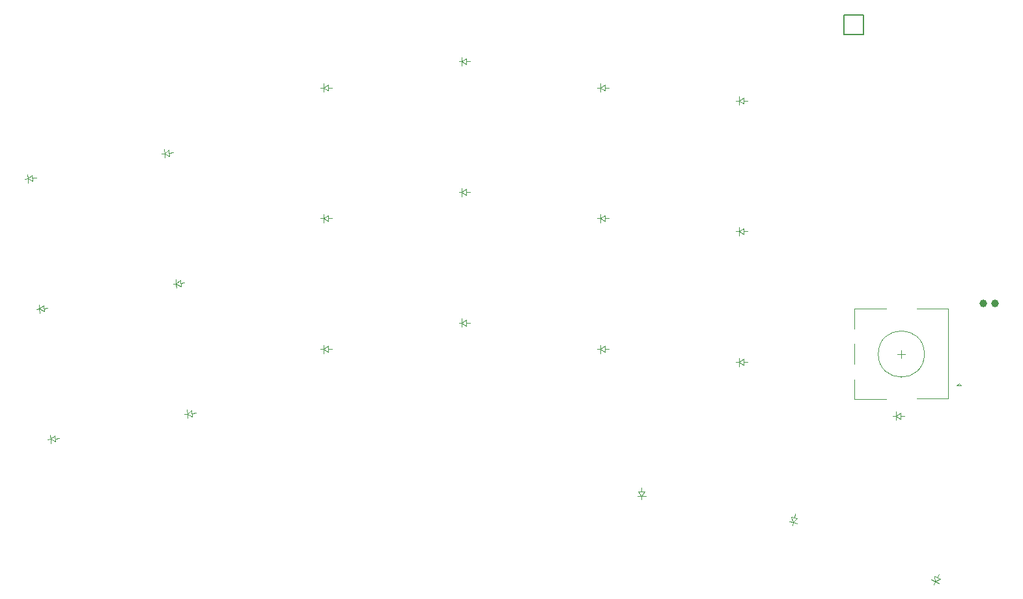
<source format=gbr>
%TF.GenerationSoftware,KiCad,Pcbnew,(6.0.6)*%
%TF.CreationDate,2022-07-14T02:02:08+02:00*%
%TF.ProjectId,main_wired2,6d61696e-5f77-4697-9265-64322e6b6963,v1.0.0*%
%TF.SameCoordinates,Original*%
%TF.FileFunction,Legend,Top*%
%TF.FilePolarity,Positive*%
%FSLAX46Y46*%
G04 Gerber Fmt 4.6, Leading zero omitted, Abs format (unit mm)*
G04 Created by KiCad (PCBNEW (6.0.6)) date 2022-07-14 02:02:08*
%MOMM*%
%LPD*%
G01*
G04 APERTURE LIST*
%ADD10C,0.150000*%
%ADD11C,0.100000*%
%ADD12C,0.120000*%
%ADD13C,1.000000*%
G04 APERTURE END LIST*
D10*
%TO.C,*%
%TO.C,MCU1*%
%TO.C,*%
D11*
%TO.C,D21*%
X125279206Y-21186805D02*
X125498391Y-20737408D01*
X125016183Y-21726082D02*
X124919688Y-21011457D01*
X125016183Y-21726082D02*
X125510520Y-21967186D01*
X124919688Y-21011457D02*
X125638723Y-21362154D01*
X125638723Y-21362154D02*
X125016183Y-21726082D01*
X125016183Y-21726082D02*
X124521846Y-21484978D01*
X124840835Y-22085600D02*
X125016183Y-21726082D01*
%TO.C,D12*%
X64077819Y46311938D02*
X64077819Y45511938D01*
X64077819Y45911938D02*
X64577819Y45911938D01*
X64077819Y45511938D02*
X63477819Y45911938D01*
X63477819Y45911938D02*
X63477819Y46461938D01*
X63077819Y45911938D02*
X63477819Y45911938D01*
X63477819Y45911938D02*
X64077819Y46311938D01*
X63477819Y45911938D02*
X63477819Y45361938D01*
%TO.C,D6*%
X24815833Y33958430D02*
X25378687Y34409202D01*
X24815833Y33958430D02*
X24863769Y33410523D01*
X25448412Y33612246D02*
X24815833Y33958430D01*
X25378687Y34409202D02*
X25448412Y33612246D01*
X25413550Y34010724D02*
X25911647Y34054302D01*
X24815833Y33958430D02*
X24767897Y34506338D01*
X24417355Y33923568D02*
X24815833Y33958430D01*
%TO.C,D9*%
X45477820Y42511937D02*
X45477820Y41961937D01*
X45477820Y42511937D02*
X45477820Y43061937D01*
X46077820Y42911937D02*
X46077820Y42111937D01*
X45077820Y42511937D02*
X45477820Y42511937D01*
X46077820Y42111937D02*
X45477820Y42511937D01*
X45477820Y42511937D02*
X46077820Y42911937D01*
X46077820Y42511937D02*
X46577820Y42511937D01*
%TO.C,D14*%
X81477820Y25511940D02*
X81477820Y24961940D01*
X82077820Y25911940D02*
X82077820Y25111940D01*
X82077820Y25511940D02*
X82577820Y25511940D01*
X81477820Y25511940D02*
X81477820Y26061940D01*
X81077820Y25511940D02*
X81477820Y25511940D01*
X82077820Y25111940D02*
X81477820Y25511940D01*
X81477820Y25511940D02*
X82077820Y25911940D01*
D10*
%TO.C,MCU1*%
X115677817Y49411935D02*
X113137817Y49411935D01*
X113137817Y49411935D02*
X113137817Y51951935D01*
X115677817Y51951935D02*
X115677817Y49411935D01*
X115677817Y51951935D02*
X113137817Y51951935D01*
D11*
%TO.C,D19*%
X86827818Y-10638061D02*
X87377818Y-10638061D01*
X86827818Y-10038061D02*
X86827818Y-9538061D01*
X86827818Y-11038061D02*
X86827818Y-10638061D01*
X86427818Y-10038061D02*
X87227818Y-10038061D01*
X87227818Y-10038061D02*
X86827818Y-10638061D01*
X86827818Y-10638061D02*
X86277818Y-10638061D01*
X86827818Y-10638061D02*
X86427818Y-10038061D01*
%TO.C,D3*%
X7630210Y30748385D02*
X8128307Y30791963D01*
X7595347Y31146863D02*
X7665072Y30349907D01*
X7665072Y30349907D02*
X7032493Y30696091D01*
X7032493Y30696091D02*
X6984557Y31243999D01*
X7032493Y30696091D02*
X7080429Y30148184D01*
X7032493Y30696091D02*
X7595347Y31146863D01*
X6634015Y30661229D02*
X7032493Y30696091D01*
%TO.C,D4*%
X27779128Y87807D02*
X27731192Y635715D01*
X27779128Y87807D02*
X27827064Y-460100D01*
X27779128Y87807D02*
X28341982Y538579D01*
X28341982Y538579D02*
X28411707Y-258377D01*
X27380650Y52945D02*
X27779128Y87807D01*
X28376845Y140101D02*
X28874942Y183679D01*
X28411707Y-258377D02*
X27779128Y87807D01*
%TO.C,D22*%
X119477820Y-188061D02*
X119877820Y-188061D01*
X120477820Y-588061D02*
X119877820Y-188061D01*
X119877820Y-188061D02*
X119877820Y361939D01*
X120477820Y211939D02*
X120477820Y-588061D01*
X119877820Y-188061D02*
X120477820Y211939D01*
X119877820Y-188061D02*
X119877820Y-738061D01*
X120477820Y-188061D02*
X120977820Y-188061D01*
%TO.C,D11*%
X63077817Y28911940D02*
X63477817Y28911940D01*
X63477817Y28911940D02*
X63477817Y28361940D01*
X64077817Y29311940D02*
X64077817Y28511940D01*
X63477817Y28911940D02*
X64077817Y29311940D01*
X64077817Y28511940D02*
X63477817Y28911940D01*
X64077817Y28911940D02*
X64577817Y28911940D01*
X63477817Y28911940D02*
X63477817Y29461940D01*
%TO.C,D15*%
X82077819Y42511939D02*
X82577819Y42511939D01*
X81477819Y42511939D02*
X81477819Y43061939D01*
X81077819Y42511939D02*
X81477819Y42511939D01*
X82077819Y42111939D02*
X81477819Y42511939D01*
X81477819Y42511939D02*
X82077819Y42911939D01*
X82077819Y42911939D02*
X82077819Y42111939D01*
X81477819Y42511939D02*
X81477819Y41961939D01*
%TO.C,D5*%
X25899002Y16988259D02*
X26297480Y17023121D01*
X26930059Y16676937D02*
X26297480Y17023121D01*
X26297480Y17023121D02*
X26345416Y16475214D01*
X26297480Y17023121D02*
X26249544Y17571029D01*
X26297480Y17023121D02*
X26860334Y17473893D01*
X26860334Y17473893D02*
X26930059Y16676937D01*
X26895197Y17075415D02*
X27393294Y17118993D01*
%TO.C,D17*%
X99477819Y23811936D02*
X100077819Y24211936D01*
X100077819Y24211936D02*
X100077819Y23411936D01*
X100077819Y23811936D02*
X100577819Y23811936D01*
X99477819Y23811936D02*
X99477819Y24361936D01*
X100077819Y23411936D02*
X99477819Y23811936D01*
X99077819Y23811936D02*
X99477819Y23811936D01*
X99477819Y23811936D02*
X99477819Y23261936D01*
%TO.C,D8*%
X46077818Y25511938D02*
X46577818Y25511938D01*
X45477818Y25511938D02*
X46077818Y25911938D01*
X45477818Y25511938D02*
X45477818Y26061938D01*
X46077818Y25911938D02*
X46077818Y25111938D01*
X45077818Y25511938D02*
X45477818Y25511938D01*
X45477818Y25511938D02*
X45477818Y24961938D01*
X46077818Y25111938D02*
X45477818Y25511938D01*
%TO.C,D16*%
X100077820Y7211937D02*
X100077820Y6411937D01*
X99477820Y6811937D02*
X99477820Y7361937D01*
X99477820Y6811937D02*
X100077820Y7211937D01*
X99077820Y6811937D02*
X99477820Y6811937D01*
X99477820Y6811937D02*
X99477820Y6261937D01*
X100077820Y6411937D02*
X99477820Y6811937D01*
X100077820Y6811937D02*
X100577820Y6811937D01*
%TO.C,D10*%
X64077817Y12311938D02*
X64077817Y11511938D01*
X63477817Y11911938D02*
X64077817Y12311938D01*
X63077817Y11911938D02*
X63477817Y11911938D01*
X63477817Y11911938D02*
X63477817Y11361938D01*
X64077817Y11911938D02*
X64577817Y11911938D01*
X64077817Y11511938D02*
X63477817Y11911938D01*
X63477817Y11911938D02*
X63477817Y12461938D01*
%TO.C,D2*%
X9076995Y14211557D02*
X9146720Y13414601D01*
X9146720Y13414601D02*
X8514141Y13760785D01*
X8514141Y13760785D02*
X9076995Y14211557D01*
X8514141Y13760785D02*
X8466205Y14308693D01*
X8514141Y13760785D02*
X8562077Y13212878D01*
X9111858Y13813079D02*
X9609955Y13856657D01*
X8115663Y13725923D02*
X8514141Y13760785D01*
%TO.C,D18*%
X100077818Y40811939D02*
X100577818Y40811939D01*
X100077818Y40411939D02*
X99477818Y40811939D01*
X99077818Y40811939D02*
X99477818Y40811939D01*
X99477818Y40811939D02*
X99477818Y41361939D01*
X100077818Y41211939D02*
X100077818Y40411939D01*
X99477818Y40811939D02*
X100077818Y41211939D01*
X99477818Y40811939D02*
X99477818Y40261939D01*
D12*
%TO.C,ROT1*%
X127807394Y3771825D02*
X128107394Y4071825D01*
X121107394Y7871825D02*
X120107394Y7871825D01*
X114507394Y13771825D02*
X118607394Y13771825D01*
X122607394Y13771825D02*
X126707394Y13771825D01*
X114507394Y1971825D02*
X114507394Y4571825D01*
X120607394Y7371825D02*
X120607394Y8371825D01*
X114507394Y6571825D02*
X114507394Y9171825D01*
X122607394Y2071825D02*
X126707394Y2071825D01*
X128107394Y4071825D02*
X128407394Y3771825D01*
X126707394Y2071825D02*
X126707394Y13771825D01*
X114507394Y11171825D02*
X114507394Y13771825D01*
X128407394Y3771825D02*
X127807394Y3771825D01*
X118607394Y1971825D02*
X114507394Y1971825D01*
X123607394Y7871825D02*
G75*
G03*
X123607394Y7871825I-3000000J0D01*
G01*
D11*
%TO.C,D7*%
X46077821Y8111938D02*
X45477821Y8511938D01*
X45477821Y8511938D02*
X45477821Y9061938D01*
X45477821Y8511938D02*
X45477821Y7961938D01*
X45477821Y8511938D02*
X46077821Y8911938D01*
X46077821Y8911938D02*
X46077821Y8111938D01*
X45077821Y8511938D02*
X45477821Y8511938D01*
X46077821Y8511938D02*
X46577821Y8511938D01*
%TO.C,D13*%
X81477821Y8511940D02*
X81477821Y7961940D01*
X82077821Y8911940D02*
X82077821Y8111940D01*
X82077821Y8511940D02*
X82577821Y8511940D01*
X81477821Y8511940D02*
X81477821Y9061940D01*
X81077821Y8511940D02*
X81477821Y8511940D01*
X82077821Y8111940D02*
X81477821Y8511940D01*
X81477821Y8511940D02*
X82077821Y8911940D01*
%TO.C,D20*%
X106298883Y-13331965D02*
X107078379Y-13511926D01*
X106463680Y-14396316D02*
X106553660Y-14006568D01*
X106688631Y-13421945D02*
X106801106Y-12934760D01*
X107078379Y-13511926D02*
X106553660Y-14006568D01*
X106553660Y-14006568D02*
X107089564Y-14130291D01*
X106553660Y-14006568D02*
X106017757Y-13882844D01*
X106553660Y-14006568D02*
X106298883Y-13331965D01*
%TO.C,D1*%
X10593506Y-3122232D02*
X11091603Y-3078654D01*
X9995789Y-3174526D02*
X10043725Y-3722433D01*
X9995789Y-3174526D02*
X9947853Y-2626618D01*
X10628368Y-3520710D02*
X9995789Y-3174526D01*
X9995789Y-3174526D02*
X10558643Y-2723754D01*
X9597311Y-3209388D02*
X9995789Y-3174526D01*
X10558643Y-2723754D02*
X10628368Y-3520710D01*
%TD*%
D13*
%TO.C,*%
X132777817Y14411938D03*
X131277817Y14411938D03*
%TD*%
M02*

</source>
